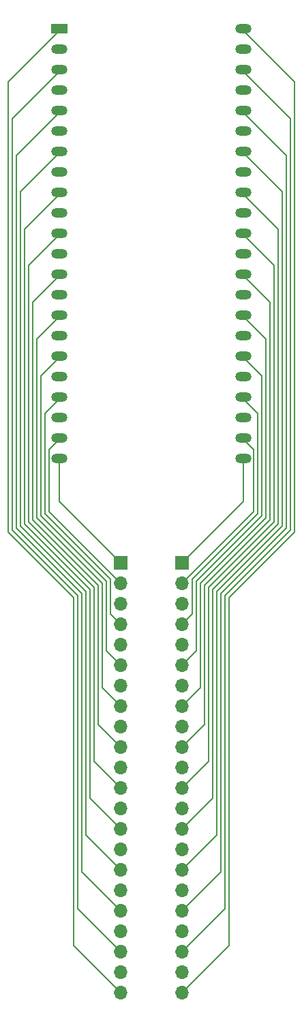
<source format=gbr>
%TF.GenerationSoftware,KiCad,Pcbnew,8.0.0*%
%TF.CreationDate,2024-02-24T18:53:26+01:00*%
%TF.ProjectId,ESP32-S3-Breadboard-Adapter,45535033-322d-4533-932d-427265616462,rev?*%
%TF.SameCoordinates,Original*%
%TF.FileFunction,Copper,L1,Top*%
%TF.FilePolarity,Positive*%
%FSLAX46Y46*%
G04 Gerber Fmt 4.6, Leading zero omitted, Abs format (unit mm)*
G04 Created by KiCad (PCBNEW 8.0.0) date 2024-02-24 18:53:26*
%MOMM*%
%LPD*%
G01*
G04 APERTURE LIST*
%TA.AperFunction,ComponentPad*%
%ADD10R,2.000000X1.200000*%
%TD*%
%TA.AperFunction,ComponentPad*%
%ADD11O,2.000000X1.200000*%
%TD*%
%TA.AperFunction,ComponentPad*%
%ADD12R,1.700000X1.700000*%
%TD*%
%TA.AperFunction,ComponentPad*%
%ADD13O,1.700000X1.700000*%
%TD*%
%TA.AperFunction,Conductor*%
%ADD14C,0.200000*%
%TD*%
G04 APERTURE END LIST*
D10*
%TO.P,REF\u002A\u002A,1*%
%TO.N,N/C*%
X127003680Y-42928720D03*
D11*
%TO.P,REF\u002A\u002A,2*%
X127003680Y-45468720D03*
%TO.P,REF\u002A\u002A,3*%
X127003680Y-48008720D03*
%TO.P,REF\u002A\u002A,4*%
X127003680Y-50548720D03*
%TO.P,REF\u002A\u002A,5*%
X127003680Y-53088720D03*
%TO.P,REF\u002A\u002A,6*%
X127003680Y-55628720D03*
%TO.P,REF\u002A\u002A,7*%
X127003680Y-58168720D03*
%TO.P,REF\u002A\u002A,8*%
X127003680Y-60708720D03*
%TO.P,REF\u002A\u002A,9*%
X127003680Y-63248720D03*
%TO.P,REF\u002A\u002A,10*%
X127003680Y-65788720D03*
%TO.P,REF\u002A\u002A,11*%
X127003680Y-68328720D03*
%TO.P,REF\u002A\u002A,12*%
X127003680Y-70868720D03*
%TO.P,REF\u002A\u002A,13*%
X127003680Y-73408720D03*
%TO.P,REF\u002A\u002A,14*%
X127003680Y-75948720D03*
%TO.P,REF\u002A\u002A,15*%
X127003680Y-78488720D03*
%TO.P,REF\u002A\u002A,16*%
X127003680Y-81028720D03*
%TO.P,REF\u002A\u002A,17*%
X127003680Y-83568720D03*
%TO.P,REF\u002A\u002A,18*%
X127003680Y-86108720D03*
%TO.P,REF\u002A\u002A,19*%
X127003680Y-88648720D03*
%TO.P,REF\u002A\u002A,20*%
X127000000Y-91186000D03*
%TO.P,REF\u002A\u002A,21*%
X127000000Y-93726000D03*
%TO.P,REF\u002A\u002A,22*%
X127000000Y-96266000D03*
%TO.P,REF\u002A\u002A,23*%
X149863680Y-96268720D03*
%TO.P,REF\u002A\u002A,24*%
X149863680Y-93728720D03*
%TO.P,REF\u002A\u002A,25*%
X149863680Y-91188720D03*
%TO.P,REF\u002A\u002A,26*%
X149863680Y-88648720D03*
%TO.P,REF\u002A\u002A,27*%
X149863680Y-86108720D03*
%TO.P,REF\u002A\u002A,28*%
X149863680Y-83568720D03*
%TO.P,REF\u002A\u002A,29*%
X149863680Y-81028720D03*
%TO.P,REF\u002A\u002A,30*%
X149863680Y-78488720D03*
%TO.P,REF\u002A\u002A,31*%
X149863680Y-75948720D03*
%TO.P,REF\u002A\u002A,32*%
X149863680Y-73408720D03*
%TO.P,REF\u002A\u002A,33*%
X149863680Y-70868720D03*
%TO.P,REF\u002A\u002A,34*%
X149863680Y-68328720D03*
%TO.P,REF\u002A\u002A,35*%
X149863680Y-65788720D03*
%TO.P,REF\u002A\u002A,36*%
X149863680Y-63248720D03*
%TO.P,REF\u002A\u002A,37*%
X149863680Y-60708720D03*
%TO.P,REF\u002A\u002A,38*%
X149863680Y-58168720D03*
%TO.P,REF\u002A\u002A,39*%
X149863680Y-55628720D03*
%TO.P,REF\u002A\u002A,40*%
X149863680Y-53088720D03*
%TO.P,REF\u002A\u002A,41*%
X149863680Y-50548720D03*
%TO.P,REF\u002A\u002A,42*%
X149863680Y-48008720D03*
%TO.P,REF\u002A\u002A,43*%
X149863680Y-45468720D03*
%TO.P,REF\u002A\u002A,44*%
X149863680Y-42928720D03*
%TD*%
D12*
%TO.P,REF\u002A\u002A,1*%
%TO.N,N/C*%
X142240000Y-109220000D03*
D13*
%TO.P,REF\u002A\u002A,2*%
X142240000Y-111760000D03*
%TO.P,REF\u002A\u002A,3*%
X142240000Y-114300000D03*
%TO.P,REF\u002A\u002A,4*%
X142240000Y-116840000D03*
%TO.P,REF\u002A\u002A,5*%
X142240000Y-119380000D03*
%TO.P,REF\u002A\u002A,6*%
X142240000Y-121920000D03*
%TO.P,REF\u002A\u002A,7*%
X142240000Y-124460000D03*
%TO.P,REF\u002A\u002A,8*%
X142240000Y-127000000D03*
%TO.P,REF\u002A\u002A,9*%
X142240000Y-129540000D03*
%TO.P,REF\u002A\u002A,10*%
X142240000Y-132080000D03*
%TO.P,REF\u002A\u002A,11*%
X142240000Y-134620000D03*
%TO.P,REF\u002A\u002A,12*%
X142240000Y-137160000D03*
%TO.P,REF\u002A\u002A,13*%
X142240000Y-139700000D03*
%TO.P,REF\u002A\u002A,14*%
X142240000Y-142240000D03*
%TO.P,REF\u002A\u002A,15*%
X142240000Y-144780000D03*
%TO.P,REF\u002A\u002A,16*%
X142240000Y-147320000D03*
%TO.P,REF\u002A\u002A,17*%
X142240000Y-149860000D03*
%TO.P,REF\u002A\u002A,18*%
X142240000Y-152400000D03*
%TO.P,REF\u002A\u002A,19*%
X142240000Y-154940000D03*
%TO.P,REF\u002A\u002A,20*%
X142240000Y-157480000D03*
%TO.P,REF\u002A\u002A,21*%
X142240000Y-160020000D03*
%TO.P,REF\u002A\u002A,22*%
X142240000Y-162560000D03*
%TD*%
D12*
%TO.P,REF\u002A\u002A,1*%
%TO.N,N/C*%
X134620000Y-109220000D03*
D13*
%TO.P,REF\u002A\u002A,2*%
X134620000Y-111760000D03*
%TO.P,REF\u002A\u002A,3*%
X134620000Y-114300000D03*
%TO.P,REF\u002A\u002A,4*%
X134620000Y-116840000D03*
%TO.P,REF\u002A\u002A,5*%
X134620000Y-119380000D03*
%TO.P,REF\u002A\u002A,6*%
X134620000Y-121920000D03*
%TO.P,REF\u002A\u002A,7*%
X134620000Y-124460000D03*
%TO.P,REF\u002A\u002A,8*%
X134620000Y-127000000D03*
%TO.P,REF\u002A\u002A,9*%
X134620000Y-129540000D03*
%TO.P,REF\u002A\u002A,10*%
X134620000Y-132080000D03*
%TO.P,REF\u002A\u002A,11*%
X134620000Y-134620000D03*
%TO.P,REF\u002A\u002A,12*%
X134620000Y-137160000D03*
%TO.P,REF\u002A\u002A,13*%
X134620000Y-139700000D03*
%TO.P,REF\u002A\u002A,14*%
X134620000Y-142240000D03*
%TO.P,REF\u002A\u002A,15*%
X134620000Y-144780000D03*
%TO.P,REF\u002A\u002A,16*%
X134620000Y-147320000D03*
%TO.P,REF\u002A\u002A,17*%
X134620000Y-149860000D03*
%TO.P,REF\u002A\u002A,18*%
X134620000Y-152400000D03*
%TO.P,REF\u002A\u002A,19*%
X134620000Y-154940000D03*
%TO.P,REF\u002A\u002A,20*%
X134620000Y-157480000D03*
%TO.P,REF\u002A\u002A,21*%
X134620000Y-160020000D03*
%TO.P,REF\u002A\u002A,22*%
X134620000Y-162560000D03*
%TD*%
D14*
%TO.N,*%
X144526000Y-124714000D02*
X142240000Y-127000000D01*
X128778000Y-113538000D02*
X128778000Y-156718000D01*
X153162000Y-103886000D02*
X153162000Y-76866160D01*
X149860000Y-93884160D02*
X151130000Y-95154160D01*
X125730000Y-95154160D02*
X125730000Y-102870000D01*
X145542000Y-133858000D02*
X145542000Y-112268000D01*
X146050000Y-112522000D02*
X146050000Y-138430000D01*
X144526000Y-111760000D02*
X144526000Y-124714000D01*
X121158000Y-105156000D02*
X129286000Y-113284000D01*
X149863680Y-48166880D02*
X149863680Y-48263680D01*
X123698000Y-76866160D02*
X127000000Y-73564160D01*
X129794000Y-147574000D02*
X134620000Y-152400000D01*
X127000000Y-93884160D02*
X125730000Y-95154160D01*
X149860000Y-101600000D02*
X142240000Y-109220000D01*
X149863680Y-48263680D02*
X155702000Y-54102000D01*
X153670000Y-104140000D02*
X153670000Y-72294160D01*
X130302000Y-143002000D02*
X134620000Y-147320000D01*
X149860000Y-78644160D02*
X152654000Y-81438160D01*
X144018000Y-111506000D02*
X144018000Y-120142000D01*
X133350000Y-111252000D02*
X133350000Y-115570000D01*
X156210000Y-105410000D02*
X148082000Y-113538000D01*
X122174000Y-104648000D02*
X130302000Y-112776000D01*
X146558000Y-112776000D02*
X146558000Y-143002000D01*
X127000000Y-78644160D02*
X124206000Y-81438160D01*
X152654000Y-103632000D02*
X144526000Y-111760000D01*
X127000000Y-88804160D02*
X127000000Y-88900000D01*
X121666000Y-104902000D02*
X129794000Y-113030000D01*
X149863680Y-43183680D02*
X156210000Y-49530000D01*
X151638000Y-103124000D02*
X143510000Y-111252000D01*
X155194000Y-104902000D02*
X147066000Y-113030000D01*
X131826000Y-129286000D02*
X131826000Y-112014000D01*
X147574000Y-113284000D02*
X147574000Y-152146000D01*
X120650000Y-105410000D02*
X128778000Y-113538000D01*
X148082000Y-156718000D02*
X142240000Y-162560000D01*
X125222000Y-103124000D02*
X133350000Y-111252000D01*
X154178000Y-104394000D02*
X146050000Y-112522000D01*
X148082000Y-113538000D02*
X148082000Y-156718000D01*
X134620000Y-137160000D02*
X131318000Y-133858000D01*
X152146000Y-103378000D02*
X144018000Y-111506000D01*
X154178000Y-67818000D02*
X154178000Y-104394000D01*
X124714000Y-103378000D02*
X132842000Y-111506000D01*
X127000000Y-88900000D02*
X125222000Y-90678000D01*
X124714000Y-86010160D02*
X124714000Y-103378000D01*
X127000000Y-101600000D02*
X134620000Y-109220000D01*
X149860000Y-58324160D02*
X154686000Y-63150160D01*
X156210000Y-49530000D02*
X156210000Y-105410000D01*
X127000000Y-53244160D02*
X127000000Y-53340000D01*
X129794000Y-113030000D02*
X129794000Y-147574000D01*
X145034000Y-129286000D02*
X145034000Y-112014000D01*
X151130000Y-102870000D02*
X142240000Y-111760000D01*
X153670000Y-72294160D02*
X149860000Y-68484160D01*
X121666000Y-58674000D02*
X121666000Y-104902000D01*
X129286000Y-113284000D02*
X129286000Y-152146000D01*
X149860000Y-88900000D02*
X151638000Y-90678000D01*
X155702000Y-105156000D02*
X147574000Y-113284000D01*
X126996320Y-48263680D02*
X121158000Y-54102000D01*
X126996320Y-43086880D02*
X126996320Y-43183680D01*
X125730000Y-102870000D02*
X134620000Y-111760000D01*
X142240000Y-137160000D02*
X145542000Y-133858000D01*
X146050000Y-138430000D02*
X142240000Y-142240000D01*
X120650000Y-49530000D02*
X120650000Y-105410000D01*
X132334000Y-111760000D02*
X132334000Y-124714000D01*
X131318000Y-112268000D02*
X123190000Y-104140000D01*
X147574000Y-152146000D02*
X142240000Y-157480000D01*
X128778000Y-156718000D02*
X134620000Y-162560000D01*
X127000000Y-96424160D02*
X127000000Y-101600000D01*
X123698000Y-103886000D02*
X123698000Y-76866160D01*
X144018000Y-120142000D02*
X142240000Y-121920000D01*
X126996320Y-48166880D02*
X126996320Y-48263680D01*
X127000000Y-58324160D02*
X122174000Y-63150160D01*
X155702000Y-54102000D02*
X155702000Y-105156000D01*
X130810000Y-112522000D02*
X130810000Y-138430000D01*
X127000000Y-63404160D02*
X127000000Y-63500000D01*
X149860000Y-88804160D02*
X149860000Y-88900000D01*
X152146000Y-86010160D02*
X152146000Y-103378000D01*
X130302000Y-112776000D02*
X130302000Y-143002000D01*
X129286000Y-152146000D02*
X134620000Y-157480000D01*
X154686000Y-63150160D02*
X154686000Y-104648000D01*
X154686000Y-104648000D02*
X146558000Y-112776000D01*
X143510000Y-111252000D02*
X143510000Y-115570000D01*
X147066000Y-147574000D02*
X142240000Y-152400000D01*
X125222000Y-90678000D02*
X125222000Y-103124000D01*
X149863680Y-43086880D02*
X149863680Y-43183680D01*
X124206000Y-81438160D02*
X124206000Y-103632000D01*
X149860000Y-63404160D02*
X149860000Y-63500000D01*
X145034000Y-112014000D02*
X153162000Y-103886000D01*
X149860000Y-96424160D02*
X149860000Y-101600000D01*
X155194000Y-58674000D02*
X155194000Y-104902000D01*
X121158000Y-54102000D02*
X121158000Y-105156000D01*
X124206000Y-103632000D02*
X132334000Y-111760000D01*
X132334000Y-124714000D02*
X134620000Y-127000000D01*
X131318000Y-133858000D02*
X131318000Y-112268000D01*
X151130000Y-95154160D02*
X151130000Y-102870000D01*
X149860000Y-53340000D02*
X155194000Y-58674000D01*
X132842000Y-120142000D02*
X134620000Y-121920000D01*
X133350000Y-115570000D02*
X134620000Y-116840000D01*
X122682000Y-104394000D02*
X130810000Y-112522000D01*
X146558000Y-143002000D02*
X142240000Y-147320000D01*
X130810000Y-138430000D02*
X134620000Y-142240000D01*
X147066000Y-113030000D02*
X147066000Y-147574000D01*
X122682000Y-67818000D02*
X122682000Y-104394000D01*
X151638000Y-90678000D02*
X151638000Y-103124000D01*
X149860000Y-53244160D02*
X149860000Y-53340000D01*
X123190000Y-104140000D02*
X123190000Y-72294160D01*
X134620000Y-132080000D02*
X131826000Y-129286000D01*
X131826000Y-112014000D02*
X123698000Y-103886000D01*
X123190000Y-72294160D02*
X127000000Y-68484160D01*
X153162000Y-76866160D02*
X149860000Y-73564160D01*
X143510000Y-115570000D02*
X142240000Y-116840000D01*
X127000000Y-83724160D02*
X124714000Y-86010160D01*
X149860000Y-83724160D02*
X152146000Y-86010160D01*
X126996320Y-43183680D02*
X120650000Y-49530000D01*
X142240000Y-132080000D02*
X145034000Y-129286000D01*
X145542000Y-112268000D02*
X153670000Y-104140000D01*
X127000000Y-53340000D02*
X121666000Y-58674000D01*
X132842000Y-111506000D02*
X132842000Y-120142000D01*
X122174000Y-63150160D02*
X122174000Y-104648000D01*
X149860000Y-63500000D02*
X154178000Y-67818000D01*
X127000000Y-63500000D02*
X122682000Y-67818000D01*
X152654000Y-81438160D02*
X152654000Y-103632000D01*
%TD*%
M02*

</source>
